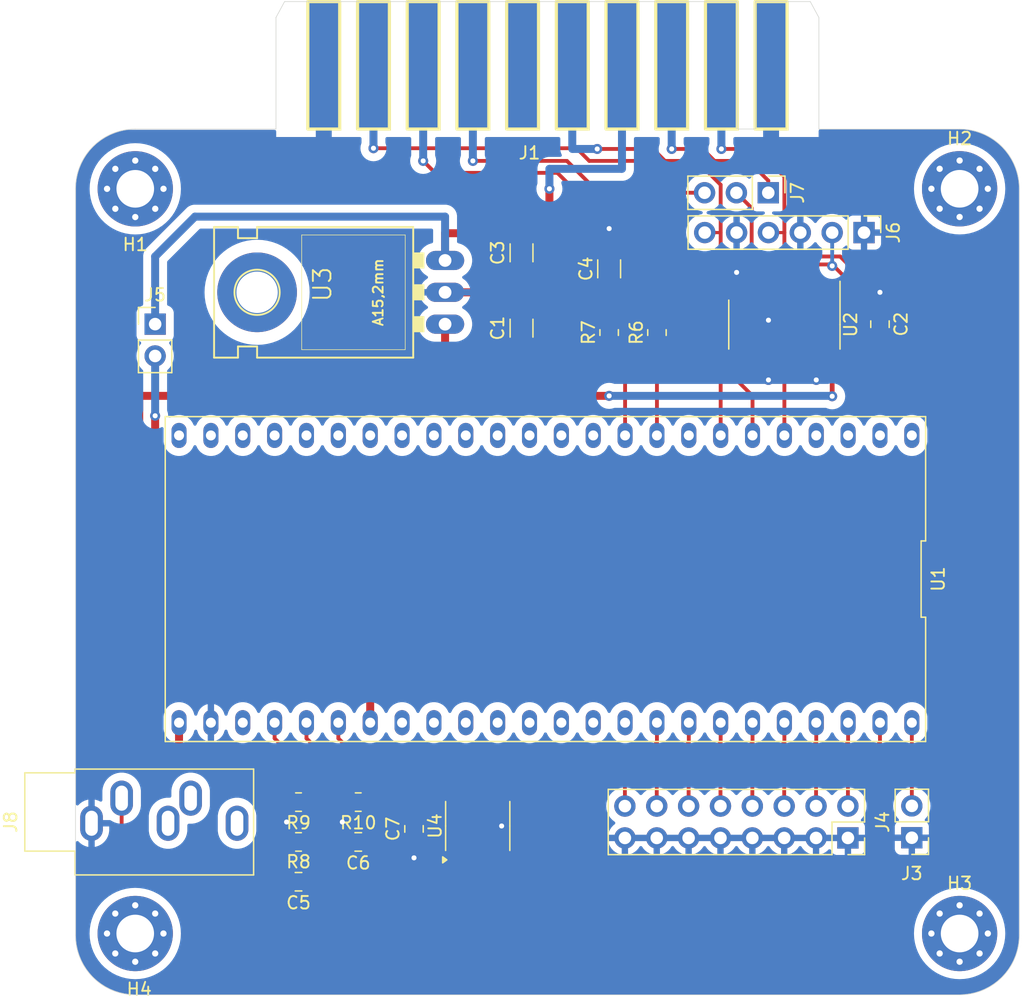
<source format=kicad_pcb>
(kicad_pcb (version 20240108) (generator "pcbnew") (generator_version "8.0")
  (title_block (date "2022-07-04"))
  (layers (0 "F.Cu" signal) (31 "B.Cu" signal) (34 "B.Paste" user) (35 "F.Paste" user) (36 "B.SilkS" user "B.Silkscreen") (37 "F.SilkS" user "F.Silkscreen") (38 "B.Mask" user) (39 "F.Mask" user) (44 "Edge.Cuts" user))
  (net 0 "")
  (net 1 "+5V")
  (net 2 "GND")
  (net 3 "+3V3")
  (net 4 "Net-(C5-Pad1)")
  (net 5 "Net-(C5-Pad2)")
  (net 6 "Net-(U4-IN+)")
  (net 8 "Net-(J3-Pin_2)")
  (net 9 "Net-(J4-Pin_16)")
  (net 10 "Net-(J4-Pin_12)")
  (net 11 "Net-(J4-Pin_4)")
  (net 12 "Net-(J4-Pin_14)")
  (net 13 "Net-(J4-Pin_2)")
  (net 14 "Net-(J4-Pin_10)")
  (net 15 "Net-(J4-Pin_8)")
  (net 16 "Net-(J4-Pin_6)")
  (net 17 "Net-(J5-Pin_2)")
  (net 18 "VIDEO2")
  (net 19 "VGA_HSYNC")
  (net 20 "VGA_VSYNC")
  (net 21 "Net-(J6-Pin_2)")
  (net 27 "ADC_CLK")
  (net 30 "VSYNC")
  (net 31 "VIDEO")
  (net 32 "HSYNC")
  (net 33 "HSYNCX")
  (net 34 "VIDEOX")
  (net 35 "VSYNCX")
  (net 37 "ADC_DTA")
  (net 39 "+12V")
  (net 42 "ADC_CS")
  (net 50 "WIPER")
  (net 51 "POT")
  (net 52 "Net-(R7-Pad1)")
  (net 53 "Net-(R6-Pad1)")
  (footprint "Capacitor_SMD:C_1206_3216Metric_Pad1.33x1.80mm_HandSolder" (layer "F.Cu") (at 130.81 54.3175 -90)
    (property "Reference" "C3" (at 0 1.905 90) (layer "F.SilkS"))
    (property "Value" "1u")
    (pad "1" smd roundrect (at -1.5625 0 270) (size 1.325 1.8) (layers "F.Cu" "F.Paste" "F.Mask") (roundrect_rratio 0.1886792453) (net 1 "+5V"))
    (pad "2" smd roundrect (at 1.5625 0 270) (size 1.325 1.8) (layers "F.Cu" "F.Paste" "F.Mask") (roundrect_rratio 0.1886792453) (net 2 "GND"))
  )
  (footprint "Resistor_SMD:R_0805_2012Metric_Pad1.20x1.40mm_HandSolder" (layer "F.Cu") (at 113.03 101.2825)
    (property "Reference" "R8" (at 0 1.5875 0) (layer "F.SilkS"))
    (property "Value" "10k")
    (pad "1" smd roundrect (at -1 0) (size 1.2 1.4) (layers "F.Cu" "F.Paste" "F.Mask") (roundrect_rratio 0.208333) (net 3 "+3V3"))
    (pad "2" smd roundrect (at 1 0) (size 1.2 1.4) (layers "F.Cu" "F.Paste" "F.Mask") (roundrect_rratio 0.208333) (net 4 "Net-(C5-Pad1)"))
  )
  (footprint "Package_SO:SO-14_3.9x8.65mm_P1.27mm" (layer "F.Cu") (at 151.765 60.04 -90)
    (property "Reference" "U2" (at 0 -5.28 90) (layer "F.SilkS"))
    (property "Value" "74LVC125")
    (pad "1" smd roundrect (at -2.475 -3.81 270) (size 1.95 0.6) (layers "F.Cu" "F.Paste" "F.Mask") (net 2 "GND"))
    (pad "2" smd roundrect (at -2.475 -2.54 270) (size 1.95 0.6) (layers "F.Cu" "F.Paste" "F.Mask") (net 2 "GND"))
    (pad "3" smd roundrect (at -2.475 -1.27 270) (size 1.95 0.6) (layers "F.Cu" "F.Paste" "F.Mask"))
    (pad "4" smd roundrect (at -2.475 0 270) (size 1.95 0.6) (layers "F.Cu" "F.Paste" "F.Mask") (net 2 "GND"))
    (pad "5" smd roundrect (at -2.475 1.27 270) (size 1.95 0.6) (layers "F.Cu" "F.Paste" "F.Mask") (net 32 "HSYNC"))
    (pad "6" smd roundrect (at -2.475 2.54 270) (size 1.95 0.6) (layers "F.Cu" "F.Paste" "F.Mask") (net 33 "HSYNCX"))
    (pad "7" smd roundrect (at -2.475 3.81 270) (size 1.95 0.6) (layers "F.Cu" "F.Paste" "F.Mask") (net 2 "GND"))
    (pad "8" smd roundrect (at 2.475 3.81 270) (size 1.95 0.6) (layers "F.Cu" "F.Paste" "F.Mask") (net 34 "VIDEOX"))
    (pad "9" smd roundrect (at 2.475 2.54 270) (size 1.95 0.6) (layers "F.Cu" "F.Paste" "F.Mask") (net 21 "Net-(J6-Pin_2)"))
    (pad "10" smd roundrect (at 2.475 1.27 270) (size 1.95 0.6) (layers "F.Cu" "F.Paste" "F.Mask") (net 2 "GND"))
    (pad "11" smd roundrect (at 2.475 0 270) (size 1.95 0.6) (layers "F.Cu" "F.Paste" "F.Mask") (net 35 "VSYNCX"))
    (pad "12" smd roundrect (at 2.475 -1.27 270) (size 1.95 0.6) (layers "F.Cu" "F.Paste" "F.Mask") (net 30 "VSYNC"))
    (pad "13" smd roundrect (at 2.475 -2.54 270) (size 1.95 0.6) (layers "F.Cu" "F.Paste" "F.Mask") (net 2 "GND"))
    (pad "14" smd roundrect (at 2.475 -3.81 270) (size 1.95 0.6) (layers "F.Cu" "F.Paste" "F.Mask") (net 3 "+3V3"))
  )
  (footprint "Capacitor_SMD:C_1206_3216Metric_Pad1.33x1.80mm_HandSolder" (layer "F.Cu") (at 137.795 55.595 90)
    (property "Reference" "C4" (at 0 -1.85 90) (layer "F.SilkS"))
    (property "Value" "1u")
    (pad "1" smd roundrect (at -1.5625 0 90) (size 1.325 1.8) (layers "F.Cu" "F.Paste" "F.Mask") (roundrect_rratio 0.1886792453) (net 50 "WIPER"))
    (pad "2" smd roundrect (at 1.5625 0 90) (size 1.325 1.8) (layers "F.Cu" "F.Paste" "F.Mask") (roundrect_rratio 0.1886792453) (net 2 "GND"))
  )
  (footprint "Resistor_SMD:R_0805_2012Metric_Pad1.20x1.40mm_HandSolder" (layer "F.Cu") (at 113.03 98.1075 180)
    (property "Reference" "R9" (at 0 -1.65 180) (layer "F.SilkS"))
    (property "Value" "10k")
    (pad "1" smd roundrect (at -1 0 180) (size 1.2 1.4) (layers "F.Cu" "F.Paste" "F.Mask") (roundrect_rratio 0.208333) (net 4 "Net-(C5-Pad1)"))
    (pad "2" smd roundrect (at 1 0 180) (size 1.2 1.4) (layers "F.Cu" "F.Paste" "F.Mask") (roundrect_rratio 0.208333) (net 2 "GND"))
  )
  (footprint "MountingHole:MountingHole_3mm_Pad_Via" (layer "F.Cu") (at 165.735 108.585)
    (property "Reference" "H3" (at 0 -4 0) (layer "F.SilkS"))
    (property "Value" "MountingHole")
    (pad "1" thru_hole circle (at -2.25 0) (size 0.8 0.8) (drill 0.5) (layers "*.Cu" "*.Mask"))
    (pad "1" thru_hole circle (at -1.59099 -1.59099) (size 0.8 0.8) (drill 0.5) (layers "*.Cu" "*.Mask"))
    (pad "1" thru_hole circle (at -1.59099 1.59099) (size 0.8 0.8) (drill 0.5) (layers "*.Cu" "*.Mask"))
    (pad "1" thru_hole circle (at 0 -2.25) (size 0.8 0.8) (drill 0.5) (layers "*.Cu" "*.Mask"))
    (pad "1" thru_hole circle (at 0 0) (size 6 6) (drill 3) (layers "*.Cu" "*.Mask"))
    (pad "1" thru_hole circle (at 0 2.25) (size 0.8 0.8) (drill 0.5) (layers "*.Cu" "*.Mask"))
    (pad "1" thru_hole circle (at 1.59099 -1.59099) (size 0.8 0.8) (drill 0.5) (layers "*.Cu" "*.Mask"))
    (pad "1" thru_hole circle (at 1.59099 1.59099) (size 0.8 0.8) (drill 0.5) (layers "*.Cu" "*.Mask"))
    (pad "1" thru_hole circle (at 2.25 0) (size 0.8 0.8) (drill 0.5) (layers "*.Cu" "*.Mask"))
  )
  (footprint "Capacitor_SMD:C_0805_2012Metric_Pad1.18x1.45mm_HandSolder" (layer "F.Cu") (at 159.385 60.0075 -90)
    (property "Reference" "C2" (at 0 -1.68 90) (layer "F.SilkS"))
    (property "Value" "0.1uF")
    (pad "1" smd roundrect (at -1.0375 0 270) (size 1.175 1.45) (layers "F.Cu" "F.Paste" "F.Mask") (roundrect_rratio 0.2127659574) (net 2 "GND"))
    (pad "2" smd roundrect (at 1.0375 0 270) (size 1.175 1.45) (layers "F.Cu" "F.Paste" "F.Mask") (roundrect_rratio 0.2127659574) (net 3 "+3V3"))
  )
  (footprint "Capacitor_SMD:C_0805_2012Metric_Pad1.18x1.45mm_HandSolder" (layer "F.Cu") (at 113.03 104.4575 180)
    (property "Reference" "C5" (at 0 -1.68 180) (layer "F.SilkS"))
    (property "Value" "10uF")
    (pad "1" smd roundrect (at -1.0375 0 180) (size 1.175 1.45) (layers "F.Cu" "F.Paste" "F.Mask") (roundrect_rratio 0.212766) (net 4 "Net-(C5-Pad1)"))
    (pad "2" smd roundrect (at 1.0375 0 180) (size 1.175 1.45) (layers "F.Cu" "F.Paste" "F.Mask") (roundrect_rratio 0.212766) (net 5 "Net-(C5-Pad2)"))
  )
  (footprint "Resistor_SMD:R_0805_2012Metric_Pad1.20x1.40mm_HandSolder" (layer "F.Cu") (at 137.795 60.675 90)
    (property "Reference" "R7" (at 0 -1.65 90) (layer "F.SilkS"))
    (property "Value" "1k")
    (pad "1" smd roundrect (at -1 0 90) (size 1.2 1.4) (layers "F.Cu" "F.Paste" "F.Mask") (roundrect_rratio 0.2083333333) (net 52 "Net-(R7-Pad1)"))
    (pad "2" smd roundrect (at 1 0 90) (size 1.2 1.4) (layers "F.Cu" "F.Paste" "F.Mask") (roundrect_rratio 0.2083333333) (net 50 "WIPER"))
  )
  (footprint "Connector_Audio:Jack_3.5mm_CUI_SJ1-3535NG_Horizontal" (layer "F.Cu") (at 96.53 99.795 90)
    (property "Reference" "J8" (at 0.1 -6.45 -90) (layer "F.SilkS"))
    (property "Value" "AudioJack3")
    (pad "R" thru_hole oval (at 2 7.9 90) (size 2.8 1.8) (drill oval 2 1) (layers "*.Cu" "*.Mask"))
    (pad "RN" thru_hole oval (at 0 6.1 90) (size 2.8 1.8) (drill oval 2 1) (layers "*.Cu" "*.Mask"))
    (pad "S" thru_hole oval (at 0 0 90) (size 2.8 1.8) (drill oval 2 1) (layers "*.Cu" "*.Mask") (net 2 "GND"))
    (pad "T" thru_hole oval (at 2 2.4 90) (size 2.8 1.8) (drill oval 2 1) (layers "*.Cu" "*.Mask") (net 5 "Net-(C5-Pad2)"))
    (pad "TN" thru_hole oval (at 0 11.6 90) (size 2.8 1.8) (drill oval 2 1) (layers "*.Cu" "*.Mask"))
  )
  (footprint "Resistor_SMD:R_0805_2012Metric_Pad1.20x1.40mm_HandSolder" (layer "F.Cu") (at 117.7925 98.1075 180)
    (property "Reference" "R10" (at 0 -1.65 180) (layer "F.SilkS"))
    (property "Value" "1k")
    (pad "1" smd roundrect (at -1 0 180) (size 1.2 1.4) (layers "F.Cu" "F.Paste" "F.Mask") (roundrect_rratio 0.208333) (net 6 "Net-(U4-IN+)"))
    (pad "2" smd roundrect (at 1 0 180) (size 1.2 1.4) (layers "F.Cu" "F.Paste" "F.Mask") (roundrect_rratio 0.208333) (net 4 "Net-(C5-Pad1)"))
  )
  (footprint "TRS-IO-M1:TRSVID10" (layer "F.Cu") (at 115.04295 39.37 180)
    (property "Reference" "J1" (at -16.40205 -6.985 0) (layer "F.SilkS"))
    (property "Value" "VIDEO IN")
    (fp_line (start 3.81 3.81) (end 3.81 -5.08) (stroke (width 0.05)) (layer "Edge.Cuts"))
    (fp_line (start 3.1242 5.08) (end 3.81 3.81) (stroke (width 0.05)) (layer "Edge.Cuts"))
    (fp_line (start -32.9692 5.08) (end 3.1242 5.08) (stroke (width 0.05)) (layer "Edge.Cuts"))
    (fp_line (start -32.9692 -5.08) (end -32.9692 5.08) (stroke (width 0.05)) (layer "Edge.Cuts"))
    (fp_line (start -34.3916 5.08) (end -34.3916 -5.08) (stroke (width 0.05)) (layer "Edge.Cuts"))
    (fp_line (start -34.3916 -5.08) (end -32.9692 -5.08) (stroke (width 0.05)) (layer "Edge.Cuts"))
    (fp_line (start -38.7858 5.08) (end -34.3916 5.08) (stroke (width 0.05)) (layer "Edge.Cuts"))
    (fp_line (start -39.4716 3.81) (end -38.7858 5.08) (stroke (width 0.05)) (layer "Edge.Cuts"))
    (fp_line (start -39.4716 -5.08) (end -39.4716 3.81) (stroke (width 0.05)) (layer "Edge.Cuts"))
    (pad "1" connect rect (at 0 0) (size 2.54 10.16) (layers "B.Cu" "B.Mask") (net 2 "GND"))
    (pad "2" connect rect (at -3.9624 0) (size 2.54 10.16) (layers "B.Cu" "B.Mask") (net 18 "VIDEO2"))
    (pad "3" connect rect (at -7.9248 0) (size 2.54 10.16) (layers "B.Cu" "B.Mask") (net 50 "WIPER"))
    (pad "4" connect rect (at -11.8872 0) (size 2.54 10.16) (layers "B.Cu" "B.Mask") (net 51 "POT"))
    (pad "5" connect rect (at -15.8496 0) (size 2.54 10.16) (layers "B.Cu" "B.Mask"))
    (pad "6" connect rect (at -19.812 0) (size 2.54 10.16) (layers "B.Cu" "B.Mask") (net 32 "HSYNC"))
    (pad "7" connect rect (at -23.7744 0) (size 2.54 10.16) (layers "B.Cu" "B.Mask") (net 39 "+12V"))
    (pad "8" connect rect (at -27.7368 0) (size 2.54 10.16) (layers "B.Cu" "B.Mask") (net 31 "VIDEO"))
    (pad "9" connect rect (at -31.6992 0) (size 2.54 10.16) (layers "B.Cu" "B.Mask") (net 30 "VSYNC"))
    (pad "10" connect rect (at -35.6616 0) (size 2.54 10.16) (layers "B.Cu" "B.Mask") (net 2 "GND"))
  )
  (footprint "Package_SO:SOIC-8_3.9x4.9mm_P1.27mm" (layer "F.Cu") (at 127.3175 100.0125 90)
    (property "Reference" "U4" (at 0 -3.4 -90) (layer "F.SilkS"))
    (property "Value" "MCP3201")
    (pad "1" smd roundrect (at -2.475 -1.905 90) (size 1.95 0.6) (layers "F.Cu" "F.Paste" "F.Mask") (net 3 "+3V3"))
    (pad "2" smd roundrect (at -2.475 -0.635 90) (size 1.95 0.6) (layers "F.Cu" "F.Paste" "F.Mask") (net 6 "Net-(U4-IN+)"))
    (pad "3" smd roundrect (at -2.475 0.635 90) (size 1.95 0.6) (layers "F.Cu" "F.Paste" "F.Mask") (net 2 "GND"))
    (pad "4" smd roundrect (at -2.475 1.905 90) (size 1.95 0.6) (layers "F.Cu" "F.Paste" "F.Mask") (net 2 "GND"))
    (pad "5" smd roundrect (at 2.475 1.905 90) (size 1.95 0.6) (layers "F.Cu" "F.Paste" "F.Mask") (net 42 "ADC_CS"))
    (pad "6" smd roundrect (at 2.475 0.635 90) (size 1.95 0.6) (layers "F.Cu" "F.Paste" "F.Mask") (net 37 "ADC_DTA"))
    (pad "7" smd roundrect (at 2.475 -0.635 90) (size 1.95 0.6) (layers "F.Cu" "F.Paste" "F.Mask") (net 27 "ADC_CLK"))
    (pad "8" smd roundrect (at 2.475 -1.905 90) (size 1.95 0.6) (layers "F.Cu" "F.Paste" "F.Mask") (net 3 "+3V3"))
  )
  (footprint "Connector_PinHeader_2.54mm:PinHeader_1x02_P2.54mm_Vertical" (layer "F.Cu") (at 161.925 100.95001 180)
    (property "Reference" "J3" (at 0 -2.8525 0) (layer "F.SilkS"))
    (property "Value" "Test")
    (pad "1" thru_hole rect (at 0 0 180) (size 1.7 1.7) (drill 1) (layers "*.Cu" "*.Mask") (net 2 "GND"))
    (pad "2" thru_hole oval (at 0 2.54 180) (size 1.7 1.7) (drill 1) (layers "*.Cu" "*.Mask") (net 8 "Net-(J3-Pin_2)"))
  )
  (footprint "Connector_PinSocket_2.54mm:PinSocket_2x08_P2.54mm_Vertical" (layer "F.Cu") (at 156.83 100.96501 -90)
    (property "Reference" "J4" (at -1.27 -2.77 90) (layer "F.SilkS"))
    (property "Value" "Test8")
    (pad "1" thru_hole rect (at 0 0 270) (size 1.7 1.7) (drill 1) (layers "*.Cu" "*.Mask") (net 2 "GND"))
    (pad "2" thru_hole oval (at -2.54 0 270) (size 1.7 1.7) (drill 1) (layers "*.Cu" "*.Mask") (net 13 "Net-(J4-Pin_2)"))
    (pad "3" thru_hole oval (at 0 2.54 270) (size 1.7 1.7) (drill 1) (layers "*.Cu" "*.Mask") (net 2 "GND"))
    (pad "4" thru_hole oval (at -2.54 2.54 270) (size 1.7 1.7) (drill 1) (layers "*.Cu" "*.Mask") (net 11 "Net-(J4-Pin_4)"))
    (pad "5" thru_hole oval (at 0 5.08 270) (size 1.7 1.7) (drill 1) (layers "*.Cu" "*.Mask") (net 2 "GND"))
    (pad "6" thru_hole oval (at -2.54 5.08 270) (size 1.7 1.7) (drill 1) (layers "*.Cu" "*.Mask") (net 16 "Net-(J4-Pin_6)"))
    (pad "7" thru_hole oval (at 0 7.62 270) (size 1.7 1.7) (drill 1) (layers "*.Cu" "*.Mask") (net 2 "GND"))
    (pad "8" thru_hole oval (at -2.54 7.62 270) (size 1.7 1.7) (drill 1) (layers "*.Cu" "*.Mask") (net 15 "Net-(J4-Pin_8)"))
    (pad "9" thru_hole oval (at 0 10.16 270) (size 1.7 1.7) (drill 1) (layers "*.Cu" "*.Mask") (net 2 "GND"))
    (pad "10" thru_hole oval (at -2.54 10.16 270) (size 1.7 1.7) (drill 1) (layers "*.Cu" "*.Mask") (net 14 "Net-(J4-Pin_10)"))
    (pad "11" thru_hole oval (at 0 12.7 270) (size 1.7 1.7) (drill 1) (layers "*.Cu" "*.Mask") (net 2 "GND"))
    (pad "12" thru_hole oval (at -2.54 12.7 270) (size 1.7 1.7) (drill 1) (layers "*.Cu" "*.Mask") (net 10 "Net-(J4-Pin_12)"))
    (pad "13" thru_hole oval (at 0 15.24 270) (size 1.7 1.7) (drill 1) (layers "*.Cu" "*.Mask") (net 2 "GND"))
    (pad "14" thru_hole oval (at -2.54 15.24 270) (size 1.7 1.7) (drill 1) (layers "*.Cu" "*.Mask") (net 12 "Net-(J4-Pin_14)"))
    (pad "15" thru_hole oval (at 0 17.78 270) (size 1.7 1.7) (drill 1) (layers "*.Cu" "*.Mask") (net 2 "GND"))
    (pad "16" thru_hole oval (at -2.54 17.78 270) (size 1.7 1.7) (drill 1) (layers "*.Cu" "*.Mask") (net 9 "Net-(J4-Pin_16)"))
  )
  (footprint "Capacitor_SMD:C_0805_2012Metric_Pad1.18x1.45mm_HandSolder" (layer "F.Cu") (at 117.7925 101.2825 180)
    (property "Reference" "C6" (at 0 -1.68 180) (layer "F.SilkS"))
    (property "Value" "0.1uF")
    (pad "1" smd roundrect (at -1.0375 0 180) (size 1.175 1.45) (layers "F.Cu" "F.Paste" "F.Mask") (roundrect_rratio 0.212766) (net 6 "Net-(U4-IN+)"))
    (pad "2" smd roundrect (at 1.0375 0 180) (size 1.175 1.45) (layers "F.Cu" "F.Paste" "F.Mask") (roundrect_rratio 0.212766) (net 2 "GND"))
  )
  (footprint "MountingHole:MountingHole_3mm_Pad_Via" (layer "F.Cu") (at 100.01599 49.21599)
    (property "Reference" "H1" (at -0.00349 4.44151 0) (layer "F.SilkS"))
    (property "Value" "MountingHole")
    (pad "1" thru_hole circle (at -2.25 0) (size 0.8 0.8) (drill 0.5) (layers "*.Cu" "*.Mask"))
    (pad "1" thru_hole circle (at -1.59099 -1.59099) (size 0.8 0.8) (drill 0.5) (layers "*.Cu" "*.Mask"))
    (pad "1" thru_hole circle (at -1.59099 1.59099) (size 0.8 0.8) (drill 0.5) (layers "*.Cu" "*.Mask"))
    (pad "1" thru_hole circle (at 0 -2.25) (size 0.8 0.8) (drill 0.5) (layers "*.Cu" "*.Mask"))
    (pad "1" thru_hole circle (at 0 0) (size 6 6) (drill 3) (layers "*.Cu" "*.Mask"))
    (pad "1" thru_hole circle (at 0 2.25) (size 0.8 0.8) (drill 0.5) (layers "*.Cu" "*.Mask"))
    (pad "1" thru_hole circle (at 1.59099 -1.59099) (size 0.8 0.8) (drill 0.5) (layers "*.Cu" "*.Mask"))
    (pad "1" thru_hole circle (at 1.59099 1.59099) (size 0.8 0.8) (drill 0.5) (layers "*.Cu" "*.Mask"))
    (pad "1" thru_hole circle (at 2.25 0) (size 0.8 0.8) (drill 0.5) (layers "*.Cu" "*.Mask"))
  )
  (footprint "Capacitor_SMD:C_1206_3216Metric_Pad1.33x1.80mm_HandSolder" (layer "F.Cu") (at 130.81 60.325 90)
    (property "Reference" "C1" (at 0 -1.905 90) (layer "F.SilkS"))
    (property "Value" "10u")
    (pad "1" smd roundrect (at -1.5625 0 90) (size 1.325 1.8) (layers "F.Cu" "F.Paste" "F.Mask") (roundrect_rratio 0.1886792453) (net 39 "+12V"))
    (pad "2" smd roundrect (at 1.5625 0 90) (size 1.325 1.8) (layers "F.Cu" "F.Paste" "F.Mask") (roundrect_rratio 0.1886792453) (net 2 "GND"))
  )
  (footprint "Connector_PinHeader_2.54mm:PinHeader_1x03_P2.54mm_Vertical" (layer "F.Cu") (at 150.48 49.53 -90)
    (property "Reference" "J7" (at 0 -2.33 90) (layer "F.SilkS"))
    (property "Value" "Conn_01x03")
    (pad "1" thru_hole rect (at 0 0 270) (size 1.7 1.7) (drill 1) (layers "*.Cu" "*.Mask") (net 31 "VIDEO"))
    (pad "2" thru_hole oval (at 0 2.54 270) (size 1.7 1.7) (drill 1) (layers "*.Cu" "*.Mask") (net 21 "Net-(J6-Pin_2)"))
    (pad "3" thru_hole oval (at 0 5.08 270) (size 1.7 1.7) (drill 1) (layers "*.Cu" "*.Mask") (net 18 "VIDEO2"))
  )
  (footprint "Resistor_SMD:R_0805_2012Metric_Pad1.20x1.40mm_HandSolder" (layer "F.Cu") (at 141.605 60.675 90)
    (property "Reference" "R6" (at 0 -1.65 90) (layer "F.SilkS"))
    (property "Value" "1k")
    (pad "1" smd roundrect (at -1 0 90) (size 1.2 1.4) (layers "F.Cu" "F.Paste" "F.Mask") (roundrect_rratio 0.2083333333) (net 53 "Net-(R6-Pad1)"))
    (pad "2" smd roundrect (at 1 0 90) (size 1.2 1.4) (layers "F.Cu" "F.Paste" "F.Mask") (roundrect_rratio 0.2083333333) (net 51 "POT"))
  )
  (footprint "MountingHole:MountingHole_3mm_Pad_Via" (layer "F.Cu") (at 165.735 49.2125)
    (property "Reference" "H2" (at 0 -4 0) (layer "F.SilkS"))
    (property "Value" "MountingHole")
    (pad "1" thru_hole circle (at -2.25 0) (size 0.8 0.8) (drill 0.5) (layers "*.Cu" "*.Mask"))
    (pad "1" thru_hole circle (at -1.59099 -1.59099) (size 0.8 0.8) (drill 0.5) (layers "*.Cu" "*.Mask"))
    (pad "1" thru_hole circle (at -1.59099 1.59099) (size 0.8 0.8) (drill 0.5) (layers "*.Cu" "*.Mask"))
    (pad "1" thru_hole circle (at 0 -2.25) (size 0.8 0.8) (drill 0.5) (layers "*.Cu" "*.Mask"))
    (pad "1" thru_hole circle (at 0 0) (size 6 6) (drill 3) (layers "*.Cu" "*.Mask"))
    (pad "1" thru_hole circle (at 0 2.25) (size 0.8 0.8) (drill 0.5) (layers "*.Cu" "*.Mask"))
    (pad "1" thru_hole circle (at 1.59099 -1.59099) (size 0.8 0.8) (drill 0.5) (layers "*.Cu" "*.Mask"))
    (pad "1" thru_hole circle (at 1.59099 1.59099) (size 0.8 0.8) (drill 0.5) (layers "*.Cu" "*.Mask"))
    (pad "1" thru_hole circle (at 2.25 0) (size 0.8 0.8) (drill 0.5) (layers "*.Cu" "*.Mask"))
  )
  (footprint "TRS-80-M3-VID:78XXL" (layer "F.Cu") (at 120.904 57.4675 90)
    (property "Reference" "U3" (at 0.635 -5.969 90) (layer "F.SilkS") (effects (font (size 1.4 1.4))))
    (property "Value" "L7805")
    (fp_text user "A15,2mm" (at 0 -1.524 90) (layer "F.SilkS") (effects (font (size 0.78 0.78))))
    (pad "" thru_hole circle (at 0 -11.176 90) (size 6.35 6.35) (drill 3.302) (layers "*.Cu" "*.Mask"))
    (pad "GND" thru_hole oval (at 0 3.81 90) (size 1.524 3.048) (drill 1.016) (layers "*.Cu" "*.Mask") (net 2 "GND"))
    (pad "IN" thru_hole oval (at -2.54 3.81 90) (size 1.524 3.048) (drill 1.016) (layers "*.Cu" "*.Mask") (net 39 "+12V"))
    (pad "OUT" thru_hole oval (at 2.54 3.81 90) (size 1.524 3.048) (drill 1.016) (layers "*.Cu" "*.Mask") (net 1 "+5V"))
    (zone (net 0) (net_name "") (layer "B.Cu") (connect_pads (clearance 0)) (min_thickness 0)
      (keepout (tracks not_allowed) (vias not_allowed) (pads not_allowed) (copperpour not_allowed) (footprints allowed))
      (fill (thermal_gap 0.508) (thermal_bridge_width 0.508))
      (polygon (pts (xy 109.728 53.2765) (xy 110.13879 53.296681) (xy 110.545624 53.357029) (xy 110.944583 53.456963) (xy 111.331826 53.595521) (xy 111.703624 53.771368) (xy 112.056395 53.982811) (xy 112.386742 54.227813) (xy 112.691485 54.504015) (xy 112.967687 54.808758) (xy 113.212689 55.139105) (xy 113.424132 55.491876) (xy 113.599979 55.863674) (xy 113.738537 56.250917) (xy 113.838471 56.649876) (xy 113.898819 57.05671) (xy 113.919 57.4675) (xy 113.898819 57.87829) (xy 113.838471 58.285124) (xy 113.738537 58.684083) (xy 113.599979 59.071326) (xy 113.424132 59.443124) (xy 113.212689 59.795895) (xy 112.967687 60.126242) (xy 112.691485 60.430985) (xy 112.386742 60.707187) (xy 112.056395 60.952189) (xy 111.703624 61.163632) (xy 111.331826 61.339479) (xy 110.944583 61.478037) (xy 110.545624 61.577971) (xy 110.13879 61.638319) (xy 109.728 61.6585) (xy 109.31721 61.638319) (xy 108.910376 61.577971) (xy 108.511417 61.478037) (xy 108.124174 61.339479) (xy 107.752376 61.163632) (xy 107.399605 60.952189) (xy 107.069258 60.707187) (xy 106.764515 60.430985) (xy 106.488313 60.126242) (xy 106.243311 59.795895) (xy 106.031868 59.443124) (xy 105.856021 59.071326) (xy 105.717463 58.684083) (xy 105.617529 58.285124) (xy 105.557181 57.87829) (xy 105.537 57.4675) (xy 105.557181 57.05671) (xy 105.617529 56.649876) (xy 105.717463 56.250917) (xy 105.856021 55.863674) (xy 106.031868 55.491876) (xy 106.243311 55.139105) (xy 106.488313 54.808758) (xy 106.764515 54.504015) (xy 107.069258 54.227813) (xy 107.399605 53.982811) (xy 107.752376 53.771368) (xy 108.124174 53.595521) (xy 108.511417 53.456963) (xy 108.910376 53.357029) (xy 109.31721 53.296681)))
    )
  )
  (footprint "MountingHole:MountingHole_3mm_Pad_Via" (layer "F.Cu") (at 100.0125 108.585)
    (property "Reference" "H4" (at 0.3175 4.445 0) (layer "F.SilkS"))
    (property "Value" "MountingHole")
    (pad "1" thru_hole circle (at -2.25 0) (size 0.8 0.8) (drill 0.5) (layers "*.Cu" "*.Mask"))
    (pad "1" thru_hole circle (at -1.59099 -1.59099) (size 0.8 0.8) (drill 0.5) (layers "*.Cu" "*.Mask"))
    (pad "1" thru_hole circle (at -1.59099 1.59099) (size 0.8 0.8) (drill 0.5) (layers "*.Cu" "*.Mask"))
    (pad "1" thru_hole circle (at 0 -2.25) (size 0.8 0.8) (drill 0.5) (layers "*.Cu" "*.Mask"))
    (pad "1" thru_hole circle (at 0 0) (size 6 6) (drill 3) (layers "*.Cu" "*.Mask"))
    (pad "1" thru_hole circle (at 0 2.25) (size 0.8 0.8) (drill 0.5) (layers "*.Cu" "*.Mask"))
    (pad "1" thru_hole circle (at 1.59099 -1.59099) (size 0.8 0.8) (drill 0.5) (layers "*.Cu" "*.Mask"))
    (pad "1" thru_hole circle (at 1.59099 1.59099) (size 0.8 0.8) (drill 0.5) (layers "*.Cu" "*.Mask"))
    (pad "1" thru_hole circle (at 2.25 0) (size 0.8 0.8) (drill 0.5) (layers "*.Cu" "*.Mask"))
  )
  (footprint "Connector_PinHeader_2.54mm:PinHeader_1x06_P2.54mm_Vertical" (layer "F.Cu") (at 158.115 52.705 -90)
    (property "Reference" "J6" (at 0 -2.33 90) (layer "F.SilkS"))
    (property "Value" "Video")
    (pad "1" thru_hole rect (at 0 0 270) (size 1.7 1.7) (drill 1) (layers "*.Cu" "*.Mask") (net 2 "GND"))
    (pad "2" thru_hole oval (at 0 2.54 270) (size 1.7 1.7) (drill 1) (layers "*.Cu" "*.Mask") (net 21 "Net-(J6-Pin_2)"))
    (pad "3" thru_hole oval (at 0 5.08 270) (size 1.7 1.7) (drill 1) (layers "*.Cu" "*.Mask") (net 2 "GND"))
    (pad "4" thru_hole oval (at 0 7.62 270) (size 1.7 1.7) (drill 1) (layers "*.Cu" "*.Mask") (net 30 "VSYNC"))
    (pad "5" thru_hole oval (at 0 10.16 270) (size 1.7 1.7) (drill 1) (layers "*.Cu" "*.Mask") (net 2 "GND"))
    (pad "6" thru_hole oval (at 0 12.7 270) (size 1.7 1.7) (drill 1) (layers "*.Cu" "*.Mask") (net 32 "HSYNC"))
  )
  (footprint "Capacitor_SMD:C_0805_2012Metric_Pad1.18x1.45mm_HandSolder" (layer "F.Cu") (at 122.2375 100.245 90)
    (property "Reference" "C7" (at 0 -1.68 -90) (layer "F.SilkS"))
    (property "Value" "1uF")
    (pad "1" smd roundrect (at -1.0375 0 90) (size 1.175 1.45) (layers "F.Cu" "F.Paste" "F.Mask") (roundrect_rratio 0.212766) (net 2 "GND"))
    (pad "2" smd roundrect (at 1.0375 0 90) (size 1.175 1.45) (layers "F.Cu" "F.Paste" "F.Mask") (roundrect_rratio 0.212766) (net 3 "+3V3"))
  )
  (footprint "Connector_PinHeader_2.54mm:PinHeader_1x02_P2.54mm_Vertical" (layer "F.Cu") (at 101.6 60.0025)
    (property "Reference" "J5" (at 0 -2.33 0) (layer "F.SilkS"))
    (property "Value" "5V")
    (pad "1" thru_hole rect (at 0 0) (size 1.7 1.7) (drill 1) (layers "*.Cu" "*.Mask") (net 1 "+5V"))
    (pad "2" thru_hole oval (at 0 2.54) (size 1.7 1.7) (drill 1) (layers "*.Cu" "*.Mask") (net 17 "Net-(J5-Pin_2)"))
  )
  (footprint "TRS-IO-M1:DIP-48_W22.9mm" (layer "F.Cu") (at 132.715 80.3275 180)
    (property "Reference" "U1" (at -31.31 0 90) (layer "F.SilkS"))
    (property "Value" "Tango_Nano_9K")
    (pad "1" thru_hole oval (at -29.21 11.45 180) (size 1.2 2) (drill 0.8) (layers "*.Cu" "*.Mask"))
    (pad "2" thru_hole oval (at -26.67 11.45 180) (size 1.2 2) (drill 0.8) (layers "*.Cu" "*.Mask"))
    (pad "3" thru_hole oval (at -24.13 11.45 180) (size 1.2 2) (drill 0.8) (layers "*.Cu" "*.Mask"))
    (pad "4" thru_hole oval (at -21.59 11.45 180) (size 1.2 2) (drill 0.8) (layers "*.Cu" "*.Mask"))
    (pad "5" thru_hole oval (at -19.05 11.45 180) (size 1.2 2) (drill 0.8) (layers "*.Cu" "*.Mask") (net 35 "VSYNCX"))
    (pad "6" thru_hole oval (at -16.51 11.45 180) (size 1.2 2) (drill 0.8) (layers "*.Cu" "*.Mask") (net 34 "VIDEOX"))
    (pad "7" thru_hole oval (at -13.97 11.45 180) (size 1.2 2) (drill 0.8) (layers "*.Cu" "*.Mask") (net 33 "HSYNCX"))
    (pad "8" thru_hole oval (at -11.43 11.45 180) (size 1.2 2) (drill 0.8) (layers "*.Cu" "*.Mask"))
    (pad "9" thru_hole oval (at -8.89 11.45 180) (size 1.2 2) (drill 0.8) (layers "*.Cu" "*.Mask") (net 53 "Net-(R6-Pad1)"))
    (pad "10" thru_hole oval (at -6.35 11.45 180) (size 1.2 2) (drill 0.8) (layers "*.Cu" "*.Mask") (net 52 "Net-(R7-Pad1)"))
    (pad "11" thru_hole oval (at -3.81 11.45 180) (size 1.2 2) (drill 0.8) (layers "*.Cu" "*.Mask"))
    (pad "12" thru_hole oval (at -1.27 11.45 180) (size 1.2 2) (drill 0.8) (layers "*.Cu" "*.Mask"))
    (pad "13" thru_hole oval (at 1.27 11.45 180) (size 1.2 2) (drill 0.8) (layers "*.Cu" "*.Mask"))
    (pad "14" thru_hole oval (at 3.81 11.45 180) (size 1.2 2) (drill 0.8) (layers "*.Cu" "*.Mask"))
    (pad "15" thru_hole oval (at 6.35 11.45 180) (size 1.2 2) (drill 0.8) (layers "*.Cu" "*.Mask"))
    (pad "16" thru_hole oval (at 8.89 11.45 180) (size 1.2 2) (drill 0.8) (layers "*.Cu" "*.Mask"))
    (pad "17" thru_hole oval (at 11.43 11.45 180) (size 1.2 2) (drill 0.8) (layers "*.Cu" "*.Mask"))
    (pad "18" thru_hole oval (at 13.97 11.45 180) (size 1.2 2) (drill 0.8) (layers "*.Cu" "*.Mask"))
    (pad "19" thru_hole oval (at 16.51 11.45 180) (size 1.2 2) (drill 0.8) (layers "*.Cu" "*.Mask"))
    (pad "20" thru_hole oval (at 19.05 11.45 180) (size 1.2 2) (drill 0.8) (layers "*.Cu" "*.Mask"))
    (pad "21" thru_hole oval (at 21.59 11.45 180) (size 1.2 2) (drill 0.8) (layers "*.Cu" "*.Mask"))
    (pad "22" thru_hole oval (at 24.13 11.45 180) (size 1.2 2) (drill 0.8) (layers "*.Cu" "*.Mask") (net 20 "VGA_VSYNC"))
    (pad "23" thru_hole oval (at 26.67 11.45 180) (size 1.2 2) (drill 0.8) (layers "*.Cu" "*.Mask"))
    (pad "24" thru_hole oval (at 29.21 11.45 180) (size 1.2 2) (drill 0.8) (layers "*.Cu" "*.Mask"))
    (pad "25" thru_hole oval (at 29.21 -11.45 180) (size 1.2 2) (drill 0.8) (layers "*.Cu" "*.Mask") (net 3 "+3V3"))
    (pad "26" thru_hole oval (at 26.67 -11.45 180) (size 1.2 2) (drill 0.8) (layers "*.Cu" "*.Mask") (net 2 "GND"))
    (pad "27" thru_hole oval (at 24.13 -11.45 180) (size 1.2 2) (drill 0.8) (layers "*.Cu" "*.Mask") (net 19 "VGA_HSYNC"))
    (pad "28" thru_hole oval (at 21.59 -11.45 180) (size 1.2 2) (drill 0.8) (layers "*.Cu" "*.Mask") (net 27 "ADC_CLK"))
    (pad "29" thru_hole oval (at 19.05 -11.45 180) (size 1.2 2) (drill 0.8) (layers "*.Cu" "*.Mask") (net 37 "ADC_DTA"))
    (pad "30" thru_hole oval (at 16.51 -11.45 180) (size 1.2 2) (drill 0.8) (layers "*.Cu" "*.Mask") (net 42 "ADC_CS"))
    (pad "31" thru_hole oval (at 13.97 -11.45 180) (size 1.2 2) (drill 0.8) (layers "*.Cu" "*.Mask") (net 17 "Net-(J5-Pin_2)"))
    (pad "32" thru_hole oval (at 11.43 -11.45 180) (size 1.2 2) (drill 0.8) (layers "*.Cu" "*.Mask"))
    (pad "33" thru_hole oval (at 8.89 -11.45 180) (size 1.2 2) (drill 0.8) (layers "*.Cu" "*.Mask"))
    (pad "34" thru_hole oval (at 6.35 -11.45 180) (size 1.2 2) (drill 0.8) (layers "*.Cu" "*.Mask"))
    (pad "35" thru_hole oval (at 3.81 -11.45 180) (size 1.2 2) (drill 0.8) (layers "*.Cu" "*.Mask"))
    (pad "36" thru_hole oval (at 1.27 -11.45 180) (size 1.2 2) (drill 0.8) (layers "*.Cu" "*.Mask"))
    (pad "37" thru_hole oval (at -1.27 -11.45 180) (size 1.2 2) (drill 0.8) (layers "*.Cu" "*.Mask"))
    (pad "38" thru_hole oval (at -3.81 -11.45 180) (size 1.2 2) (drill 0.8) (layers "*.Cu" "*.Mask"))
    (pad "39" thru_hole oval (at -6.35 -11.45 180) (size 1.2 2) (drill 0.8) (layers "*.Cu" "*.Mask"))
    (pad "40" thru_hole oval (at -8.89 -11.45 180) (size 1.2 2) (drill 0.8) (layers "*.Cu" "*.Mask") (net 9 "Net-(J4-Pin_16)"))
    (pad "41" thru_hole oval (at -11.43 -11.45 180) (size 1.2 2) (drill 0.8) (layers "*.Cu" "*.Mask") (net 12 "Net-(J4-Pin_14)"))
    (pad "42" thru_hole oval (at -13.97 -11.45 180) (size 1.2 2) (drill 0.8) (layers "*.Cu" "*.Mask") (net 10 "Net-(J4-Pin_12)"))
    (pad "43" thru_hole oval (at -16.51 -11.45 180) (size 1.2 2) (drill 0.8) (layers "*.Cu" "*.Mask") (net 14 "Net-(J4-Pin_10)"))
    (pad "44" thru_hole oval (at -19.05 -11.45 180) (size 1.2 2) (drill 0.8) (layers "*.Cu" "*.Mask") (net 15 "Net-(J4-Pin_8)"))
    (pad "45" thru_hole oval (at -21.59 -11.45 180) (size 1.2 2) (drill 0.8) (layers "*.Cu" "*.Mask") (net 16 "Net-(J4-Pin_6)"))
    (pad "46" thru_hole oval (at -24.13 -11.45 180) (size 1.2 2) (drill 0.8) (layers "*.Cu" "*.Mask") (net 11 "Net-(J4-Pin_4)"))
    (pad "47" thru_hole oval (at -26.67 -11.45 180) (size 1.2 2) (drill 0.8) (layers "*.Cu" "*.Mask") (net 13 "Net-(J4-Pin_2)"))
    (pad "48" thru_hole oval (at -29.21 -11.45 180) (size 1.2 2) (drill 0.8) (layers "*.Cu" "*.Mask") (net 8 "Net-(J3-Pin_2)"))
  )
  (gr_line (start 154.51455 44.45) (end 165.735 44.45) (stroke (width 0.05)) (layer "Edge.Cuts"))
  (gr_line (start 165.735 113.472404) (end 100.0125 113.472404) (stroke (width 0.05)) (layer "Edge.Cuts"))
  (gr_line (start 95.25 108.709904) (end 95.25 49.2125) (stroke (width 0.05)) (layer "Edge.Cuts"))
  (gr_arc (start 95.25 49.2125) (mid 96.644904 45.844904) (end 100.0125 44.45) (stroke (width 0.05)) (layer "Edge.Cuts"))
  (gr_line (start 170.4975 49.2125) (end 170.4975 108.709904) (stroke (width 0.05)) (layer "Edge.Cuts"))
  (gr_arc (start 170.4975 108.709904) (mid 169.102596 112.0775) (end 165.735 113.472404) (stroke (width 0.05)) (layer "Edge.Cuts"))
  (gr_arc (start 165.735 44.45) (mid 169.102596 45.844904) (end 170.4975 49.2125) (stroke (width 0.05)) (layer "Edge.Cuts"))
  (gr_line (start 100.0125 44.45) (end 111.23295 44.45) (stroke (width 0.05)) (layer "Edge.Cuts"))
  (gr_arc (start 100.0125 113.472404) (mid 96.644904 112.0775) (end 95.25 108.709904) (stroke (width 0.05)) (layer "Edge.Cuts"))
  (segment (start 124.714 54.9275) (end 124.714 52.755013) (width 0.635) (layer "F.Cu") (net 1))
  (segment (start 124.714 52.755013) (end 130.81 52.755013) (width 0.635) (layer "F.Cu") (net 1))
  (segment (start 124.714 51.435) (end 124.714 54.9275) (width 0.635) (layer "B.Cu") (net 1))
  (segment (start 104.775 51.435) (end 124.714 51.435) (width 0.635) (layer "B.Cu") (net 1))
  (segment (start 101.6 60.0025) (end 101.6 54.61) (width 0.635) (layer "B.Cu") (net 1))
  (segment (start 101.6 54.61) (end 104.775 51.435) (width 0.635) (layer "B.Cu") (net 1))
  (segment (start 151.765 59.055) (end 151.13 59.69) (width 0.3048) (layer "F.Cu") (net 2))
  (segment (start 130.81 55.88) (end 130.81 57.4675) (width 0.635) (layer "F.Cu") (net 2))
  (segment (start 154.305 59.055) (end 151.765 59.055) (width 0.3048) (layer "F.Cu") (net 2))
  (segment (start 147.955 57.565) (end 147.955 55.88) (width 0.381) (layer "F.Cu") (net 2))
  (segment (start 129.2225 102.4875) (end 127.9525 102.4875) (width 0.3048) (layer "F.Cu") (net 2))
  (segment (start 151.765 59.055) (end 151.765 57.565) (width 0.3048) (layer "F.Cu") (net 2))
  (segment (start 112.03 99.6475) (end 112.0775 99.695) (width 0.3048) (layer "F.Cu") (net 2))
  (segment (start 116.755 99.9275) (end 116.5225 99.695) (width 0.3048) (layer "F.Cu") (net 2))
  (segment (start 124.714 57.4675) (end 130.81 57.4675) (width 0.635) (layer "F.Cu") (net 2))
  (segment (start 151.13 59.69) (end 150.495 59.69) (width 0.3048) (layer "F.Cu") (net 2))
  (segment (start 159.385 58.97) (end 159.385 57.4675) (width 0.381) (layer "F.Cu") (net 2))
  (segment (start 154.305 57.565) (end 154.305 59.055) (width 0.3048) (layer "F.Cu") (net 2))
  (segment (start 155.575 59.055) (end 154.305 59.055) (width 0.3048) (layer "F.Cu") (net 2))
  (segment (start 116.755 101.2825) (end 116.755 99.9275) (width 0.3048) (layer "F.Cu") (net 2))
  (segment (start 154.305 62.515) (end 154.305 64.4525) (width 0.3048) (layer "F.Cu") (net 2))
  (segment (start 130.81 57.4675) (end 130.81 58.762494) (width 0.635) (layer "F.Cu") (net 2))
  (segment (start 112.03 98.1075) (end 112.03 99.6475) (width 0.3048) (layer "F.Cu") (net 2))
  (segment (start 122.2375 101.2825) (end 122.2375 102.5525) (width 0.381) (layer "F.Cu") (net 2))
  (segment (start 137.795 54.0325) (end 137.795 52.3875) (width 0.3048) (layer "F.Cu") (net 2))
  (segment (start 150.495 62.515) (end 150.495 64.4525) (width 0.3048) (layer "F.Cu") (net 2))
  (segment (start 129.2225 102.4875) (end 129.2225 100.0125) (width 0.381) (layer "F.Cu") (net 2))
  (segment (start 155.575 57.565) (end 155.575 59.055) (width 0.3048) (layer "F.Cu") (net 2))
  (via (at 112.0775 99.695) (size 0.8) (drill 0.4) (layers "F.Cu" "B.Cu") (net 2))
  (via (at 147.955 55.88) (size 0.8) (drill 0.4) (layers "F.Cu" "B.Cu") (net 2))
  (via (at 150.495 64.4525) (size 0.8) (drill 0.4) (layers "F.Cu" "B.Cu") (net 2))
  (via (at 122.2375 102.5525) (size 0.8) (drill 0.4) (layers "F.Cu" "B.Cu") (net 2))
  (via (at 154.305 64.4525) (size 0.8) (drill 0.4) (layers "F.Cu" "B.Cu") (net 2))
  (via (at 129.2225 100.0125) (size 0.8) (drill 0.4) (layers "F.Cu" "B.Cu") (net 2))
  (via (at 150.495 59.69) (size 0.8) (drill 0.4) (layers "F.Cu" "B.Cu") (net 2))
  (via (at 159.385 57.4675) (size 0.8) (drill 0.4) (layers "F.Cu" "B.Cu") (net 2))
  (via (at 137.795 52.3875) (size 0.8) (drill 0.4) (layers "F.Cu" "B.Cu") (net 2))
  (via (at 116.5225 99.695) (size 0.8) (drill 0.4) (layers "F.Cu" "B.Cu") (net 2))
  (segment (start 156.829989 100.965) (end 139.049989 100.965) (width 0.3048) (layer "B.Cu") (net 2))
  (segment (start 150.70455 39.37) (end 150.70455 45.085) (width 1.27) (layer "B.Cu") (net 2))
  (segment (start 115.04295 39.37) (end 115.04295 45.19295) (width 1.27) (layer "B.Cu") (net 2))
  (segment (start 159.3525 62.515) (end 159.385 62.4825) (width 0.381) (layer "F.Cu") (net 3))
  (segment (start 159.385 62.4825) (end 159.385 61.045) (width 0.381) (layer "F.Cu") (net 3))
  (segment (start 103.505 94.2975) (end 110.8075 94.2975) (width 0.635) (layer "F.Cu") (net 3))
  (segment (start 155.575 62.515) (end 155.575 65.755) (width 0.381) (layer "F.Cu") (net 3))
  (segment (start 122.2375 96.2025) (end 122.2375 97.4725) (width 0.635) (layer "F.Cu") (net 3))
  (segment (start 100.33 65.7225) (end 137.795 65.7225) (width 0.635) (layer "F.Cu") (net 3))
  (segment (start 100.33 94.2975) (end 103.505 94.2975) (width 0.635) (layer "F.Cu") (net 3))
  (segment (start 110.8075 94.2975) (end 110.8075 96.2025) (width 0.635) (layer "F.Cu") (net 3))
  (segment (start 110.8075 96.2025) (end 122.2375 96.2025) (width 0.635) (layer "F.Cu") (net 3))
  (segment (start 103.505 91.7775) (end 103.505 94.2975) (width 0.635) (layer "F.Cu") (net 3))
  (segment (start 110.8075 101.2825) (end 110.8075 96.2025) (width 0.3048) (layer "F.Cu") (net 3))
  (segment (start 100.33 65.7225) (end 100.33 94.2975) (width 0.635) (layer "F.Cu") (net 3))
  (segment (start 155.575 62.515) (end 159.3525 62.515) (width 0.381) (layer "F.Cu") (net 3))
  (segment (start 125.4125 97.5375) (end 122.3025 97.5375) (width 0.381) (layer "F.Cu") (net 3))
  (segment (start 125.4125 102.4875) (end 125.4125 97.5375) (width 0.3048) (layer "F.Cu") (net 3))
  (segment (start 122.3025 97.5375) (end 122.2375 97.4725) (width 0.3048) (layer "F.Cu") (net 3))
  (segment (start 112.03 101.2825) (end 110.8075 101.2825) (width 0.3048) (layer "F.Cu") (net 3))
  (segment (start 122.2375 97.4725) (end 122.2375 99.2075) (width 0.635) (layer "F.Cu") (net 3))
  (via (at 155.575 65.755) (size 0.8) (drill 0.4) (layers "F.Cu" "B.Cu") (net 3))
  (via (at 137.795 65.7225) (size 0.8) (drill 0.4) (layers "F.Cu" "B.Cu") (net 3))
  (segment (start 137.795 65.7225) (end 155.5675 65.7225) (width 0.635) (layer "B.Cu") (net 3))
  (segment (start 114.0675 104.4575) (end 114.0675 101.32) (width 0.3048) (layer "F.Cu") (net 4))
  (segment (start 114.03 101.2825) (end 114.03 98.1075) (width 0.3048) (layer "F.Cu") (net 4))
  (segment (start 114.0675 101.32) (end 114.03 101.2825) (width 0.3048) (layer "F.Cu") (net 4))
  (segment (start 114.03 98.1075) (end 116.7925 98.1075) (width 0.3048) (layer "F.Cu") (net 4))
  (segment (start 98.93 100.2) (end 101.2825 102.5525) (width 0.3048) (layer "F.Cu") (net 5))
  (segment (start 101.2825 102.5525) (end 107.9075 102.5525) (width 0.3048) (layer "F.Cu") (net 5))
  (segment (start 107.9075 102.5525) (end 109.8125 104.4575) (width 0.3048) (layer "F.Cu") (net 5))
  (segment (start 109.8125 104.4575) (end 111.9925 104.4575) (width 0.3048) (layer "F.Cu") (net 5))
  (segment (start 98.93 97.795) (end 98.93 100.2) (width 0.3048) (layer "F.Cu") (net 5))
  (segment (start 126.6825 103.8225) (end 126.6825 102.4875) (width 0.3048) (layer "F.Cu") (net 6))
  (segment (start 118.7925 98.1075) (end 118.7925 101.245) (width 0.3048) (layer "F.Cu") (net 6))
  (segment (start 118.7925 101.245) (end 118.83 101.2825) (width 0.3048) (layer "F.Cu") (net 6))
  (segment (start 118.83 102.6375) (end 120.65 104.4575) (width 0.3048) (layer "F.Cu") (net 6))
  (segment (start 126.0475 104.4575) (end 126.6825 103.8225) (width 0.3048) (layer "F.Cu") (net 6))
  (segment (start 118.83 101.2825) (end 118.83 102.6375) (width 0.3048) (layer "F.Cu") (net 6))
  (segment (start 120.65 104.4575) (end 126.0475 104.4575) (width 0.3048) (layer "F.Cu") (net 6))
  (segment (start 161.925 91.77749) (end 161.925 98.41001) (width 0.3048) (layer "F.Cu") (net 8))
  (segment (start 141.605 91.77749) (end 141.605 93.345) (width 0.3048) (layer "F.Cu") (net 9))
  (segment (start 139.049989 95.880021) (end 139.049989 98.425) (width 0.3048) (layer "F.Cu") (net 9))
  (segment (start 141.605 93.345) (end 139.049989 95.900011) (width 0.3048) (layer "F.Cu") (net 9))
  (segment (start 146.685 91.77749) (end 146.685 93.345) (width 0.3048) (layer "F.Cu") (net 10))
  (segment (start 144.129989 95.880021) (end 144.129989 98.425) (width 0.3048) (layer "F.Cu") (net 10))
  (segment (start 146.685 93.345) (end 144.129989 95.900011) (width 0.3048) (layer "F.Cu") (net 10))
  (segment (start 156.845 93.345) (end 154.289989 95.900011) (width 0.3048) (layer "F.Cu") (net 11))
  (segment (start 154.289989 95.880021) (end 154.289989 98.425) (width 0.3048) (layer "F.Cu") (net 11))
  (segment (start 156.845 91.77749) (end 156.845 93.345) (width 0.3048) (layer "F.Cu") (net 11))
  (segment (start 144.145 91.77749) (end 144.145 93.345) (width 0.3048) (layer "F.Cu") (net 12))
  (segment (start 144.145 93.345) (end 141.589989 95.900011) (width 0.3048) (layer "F.Cu") (net 12))
  (segment (start 141.589989 95.880021) (end 141.589989 98.425) (width 0.3048) (layer "F.Cu") (net 12))
  (segment (start 159.385 93.345) (end 156.829989 95.900011) (width 0.3048) (layer "F.Cu") (net 13))
  (segment (start 156.829989 95.880021) (end 156.829989 98.425) (width 0.3048) (layer "F.Cu") (net 13))
  (segment (start 159.385 91.77749) (end 159.385 93.345) (width 0.3048) (layer "F.Cu") (net 13))
  (segment (start 149.225 93.345) (end 146.669989 95.900011) (width 0.3048) (layer "F.Cu") (net 14))
  (segment (start 146.669989 95.880021) (end 146.669989 98.425) (width 0.3048) (layer "F.Cu") (net 14))
  (segment (start 149.225 91.77749) (end 149.225 93.345) (width 0.3048) (layer "F.Cu") (net 14))
  (segment (start 149.209989 95.880021) (end 149.209989 98.425) (width 0.3048) (layer "F.Cu") (net 15))
  (segment (start 151.765 91.77749) (end 151.765 93.345) (width 0.3048) (layer "F.Cu") (net 15))
  (segment (start 151.765 93.345) (end 149.209989 95.900011) (width 0.3048) (layer "F.Cu") (net 15))
  (segment (start 154.305 93.345) (end 151.749989 95.900011) (width 0.3048) (layer "F.Cu") (net 16))
  (segment (start 154.305 91.77749) (end 154.305 93.345) (width 0.3048) (layer "F.Cu") (net 16))
  (segment (start 151.749989 95.880021) (end 151.749989 98.425) (width 0.3048) (layer "F.Cu") (net 16))
  (segment (start 101.6 67.31) (end 101.6 89.535) (width 0.635) (layer "F.Cu") (net 17))
  (segment (start 118.745 89.535) (end 118.745 91.77749) (width 0.635) (layer "F.Cu") (net 17))
  (segment (start 101.6 89.535) (end 118.745 89.535) (width 0.635) (layer "F.Cu") (net 17))
  (via (at 101.6 67.31) (size 0.8) (drill 0.4) (layers "F.Cu" "B.Cu") (net 17))
  (segment (start 101.6 62.5425) (end 101.6 67.31) (width 0.635) (layer "B.Cu") (net 17))
  (segment (start 136.2075 46.99) (end 140.6525 46.99) (width 0.3048) (layer "F.Cu") (net 18))
  (segment (start 135.255 46.0375) (end 136.2075 46.99) (width 0.3048) (layer "F.Cu") (net 18))
  (segment (start 143.1925 49.53) (end 145.4 49.53) (width 0.3048) (layer "F.Cu") (net 18))
  (segment (start 119.00535 45.98035) (end 135.255 45.98035) (width 0.3048) (layer "F.Cu") (net 18))
  (segment (start 140.6525 46.99) (end 143.1925 49.53) (width 0.3048) (layer "F.Cu") (net 18))
  (via (at 119.00535 45.98035) (size 0.8) (drill 0.4) (layers "F.Cu" "B.Cu") (net 18))
  (segment (start 119.00535 39.37) (end 119.00535 45.98035) (width 0.635) (layer "B.Cu") (net 18))
  (segment (start 155.575 55.3624) (end 155.6924 55.3624) (width 0.3048) (layer "F.Cu") (net 21))
  (segment (start 156.488052 59.333052) (end 156.131104 59.69) (width 0.3048) (layer "F.Cu") (net 21))
  (segment (start 149.1574 53.9074) (end 149.1574 50.7474) (width 0.3048) (layer "F.Cu") (net 21))
  (segment (start 150.495 55.245) (end 149.1574 53.9074) (width 0.3048) (layer "F.Cu") (net 21))
  (segment (start 156.131104 59.69) (end 152.895974 59.69) (width 0.3048) (layer "F.Cu") (net 21))
  (segment (start 149.805001 60.96) (end 149.225 61.540001) (width 0.3048) (layer "F.Cu") (net 21))
  (segment (start 149.1574 50.7474) (end 147.94 49.53) (width 0.3048) (layer "F.Cu") (net 21))
  (segment (start 156.488052 56.158052) (end 156.488052 59.333052) (width 0.3048) (layer "F.Cu") (net 21))
  (segment (start 155.575 55.3624) (end 155.4576 55.245) (width 0.3048) (layer "F.Cu") (net 21))
  (segment (start 155.6924 55.3624) (end 156.488052 56.158052) (width 0.3048) (layer "F.Cu") (net 21))
  (segment (start 155.4576 55.245) (end 150.495 55.245) (width 0.3048) (layer "F.Cu") (net 21))
  (segment (start 149.225 61.540001) (end 149.225 62.515) (width 0.3048) (layer "F.Cu") (net 21))
  (segment (start 151.625974 60.96) (end 149.805001 60.96) (width 0.3048) (layer "F.Cu") (net 21))
  (segment (start 152.895974 59.69) (end 151.625974 60.96) (width 0.3048) (layer "F.Cu") (net 21))
  (via (at 155.575 55.3624) (size 0.8) (drill 0.4) (layers "F.Cu" "B.Cu") (net 21))
  (segment (start 155.575 52.705) (end 155.575 55.3624) (width 0.3048) (layer "B.Cu") (net 21))
  (segment (start 113.3475 95.25) (end 126.0475 95.25) (width 0.3048) (layer "F.Cu") (net 27))
  (segment (start 111.125 91.7775) (end 111.125 93.0275) (width 0.3048) (layer "F.Cu") (net 27))
  (segment (start 126.0475 95.25) (end 126.6825 95.885) (width 0.3048) (layer "F.Cu") (net 27))
  (segment (start 111.125 93.0275) (end 113.3475 95.25) (width 0.3048) (layer "F.Cu") (net 27))
  (segment (start 126.6825 95.885) (end 126.6825 97.5375) (width 0.3048) (layer "F.Cu") (net 27))
  (segment (start 157.1625 59.69) (end 156.5275 60.325) (width 0.3048) (layer "F.Cu") (net 30))
  (segment (start 151.765 52.705) (end 151.765 53.6575) (width 0.3048) (layer "F.Cu") (net 30))
  (segment (start 150.495 52.705) (end 151.765 52.705) (width 0.25) (layer "F.Cu") (net 30))
  (segment (start 151.765 48.26) (end 151.765 52.705) (width 0.3048) (layer "F.Cu") (net 30))
  (segment (start 153.035 61.2775) (end 153.035 62.515) (width 0.3048) (layer "F.Cu") (net 30))
  (segment (start 153.9875 60.325) (end 153.035 61.2775) (width 0.3048) (layer "F.Cu") (net 30))
  (segment (start 156.21 54.61) (end 157.1625 55.5625) (width 0.3048) (layer "F.Cu") (net 30))
  (segment (start 151.765 53.6575) (end 152.7175 54.61) (width 0.3048) (layer "F.Cu") (net 30))
  (segment (start 152.7175 54.61) (end 156.21 54.61) (width 0.3048) (layer "F.Cu") (net 30))
  (segment (start 146.74215 46.0375) (end 149.5425 46.0375) (width 0.3048) (layer "F.Cu") (net 30))
  (segment (start 156.5275 60.325) (end 153.9875 60.325) (width 0.3048) (layer "F.Cu") (net 30))
  (segment (start 149.5425 46.0375) (end 151.765 48.26) (width 0.3048) (layer "F.Cu") (net 30))
  (segment (start 157.1625 55.5625) (end 157.1625 59.69) (width 0.3048) (layer "F.Cu") (net 30))
  (via (at 146.74215 46.0375) (size 0.8) (drill 0.4) (layers "F.Cu" "B.Cu") (net 30))
  (segment (start 146.74215 46.0375) (end 146.74215 39.37) (width 0.635) (layer "B.Cu") (net 30))
  (segment (start 145.242821 46.0375) (end 146.195321 46.99) (width 0.3048) (layer "F.Cu") (net 31))
  (segment (start 148.9075 46.99) (end 150.48 48.5625) (width 0.3048) (layer "F.Cu") (net 31))
  (segment (start 142.77975 46.0375) (end 145.242821 46.0375) (width 0.3048) (layer "F.Cu") (net 31))
  (segment (start 150.48 48.5625) (end 150.48 49.53) (width 0.3048) (layer "F.Cu") (net 31))
  (segment (start 146.195321 46.99) (end 148.9075 46.99) (width 0.3048) (layer "F.Cu") (net 31))
  (via (at 142.77975 46.0375) (size 0.8) (drill 0.4) (layers "F.Cu" "B.Cu") (net 31))
  (segment (start 142.77975 39.37) (end 142.77975 46.0375) (width 0.635) (layer "B.Cu") (net 31))
  (segment (start 141.2875 46.0375) (end 142.24 46.99) (width 0.3048) (layer "F.Cu") (net 32))
  (segment (start 146.685 53.6575) (end 147.6375 54.61) (width 0.3048) (layer "F.Cu") (net 32))
  (segment (start 150.495 56.515) (end 150.495 57.565) (width 0.3048) (layer "F.Cu") (net 32))
  (segment (start 146.685 48.895) (end 146.685 52.705) (width 0.3048) (layer "F.Cu") (net 32))
  (segment (start 145.415 52.705) (end 146.685 52.705) (width 0.25) (layer "F.Cu") (net 32))
  (segment (start 144.78 46.99) (end 146.685 48.895) (width 0.3048) (layer "F.Cu") (net 32))
  (segment (start 148.59 54.61) (end 150.495 56.515) (width 0.3048) (layer "F.Cu") (net 32))
  (segment (start 147.6375 54.61) (end 148.59 54.61) (width 0.3048) (layer "F.Cu") (net 32))
  (segment (start 142.24 46.99) (end 144.78 46.99) (width 0.3048) (layer "F.Cu") (net 32))
  (segment (start 146.685 52.705) (end 146.685 53.6575) (width 0.3048) (layer "F.Cu") (net 32))
  (segment (start 136.8425 46.0375) (end 141.2875 46.0375) (width 0.3048) (layer "F.Cu") (net 32))
  (via (at 136.8425 46.0375) (size 0.8) (drill 0.4) (layers "F.Cu" "B.Cu") (net 32))
  (segment (start 134.85495 46.0375) (end 134.85495 39.37) (width 0.635) (layer "B.Cu") (net 32))
  (segment (start 136.8425 46.0375) (end 134.9375 46.0375) (width 0.635) (layer "B.Cu") (net 32))
  (segment (start 149.225 57.565) (end 149.225 59.055) (width 0.3048) (layer "F.Cu") (net 33))
  (segment (start 146.685 61.595) (end 146.685 68.8775) (width 0.3048) (layer "F.Cu") (net 33))
  (segment (start 149.225 59.055) (end 146.685 61.595) (width 0.3048) (layer "F.Cu") (net 33))
  (segment (start 147.955 62.515) (end 147.955 64.4525) (width 0.3048) (layer "F.Cu") (net 34))
  (segment (start 147.955 64.4525) (end 149.225 65.7225) (width 0.3048) (layer "F.Cu") (net 34))
  (segment (start 149.225 65.7225) (end 149.225 68.8775) (width 0.3048) (layer "F.Cu") (net 34))
  (segment (start 151.765 62.515) (end 151.765 68.8775) (width 0.3048) (layer "F.Cu") (net 35))
  (segment (start 115.2525 94.615) (end 126.6825 94.615) (width 0.3048) (layer "F.Cu") (net 37))
  (segment (start 113.665 93.0275) (end 115.2525 94.615) (width 0.3048) (layer "F.Cu") (net 37))
  (segment (start 127.9525 95.885) (end 127.9525 97.5375) (width 0.3048) (layer "F.Cu") (net 37))
  (segment (start 126.6825 94.615) (end 127.9525 95.885) (width 0.3048) (layer "F.Cu") (net 37))
  (segment (start 113.665 91.7775) (end 113.665 93.0275) (width 0.3048) (layer "F.Cu") (net 37))
  (segment (start 124.7775 61.9125) (end 130.785006 61.9125) (width 0.635) (layer "F.Cu") (net 39))
  (segment (start 124.714 61.849) (end 124.7775 61.9125) (width 0.635) (layer "F.Cu") (net 39))
  (segment (start 133.0325 61.887506) (end 130.81 61.887506) (width 0.635) (layer "F.Cu") (net 39))
  (segment (start 124.714 60.0075) (end 124.714 61.849) (width 0.635) (layer "F.Cu") (net 39))
  (segment (start 133.0325 49.2125) (end 133.0325 61.9125) (width 0.635) (layer "F.Cu") (net 39))
  (via (at 133.0325 49.2125) (size 0.8) (drill 0.4) (layers "F.Cu" "B.Cu") (net 39))
  (segment (start 138.81735 39.37) (end 138.81735 47.625) (width 0.635) (layer "B.Cu") (net 39))
  (segment (start 133.0325 47.625) (end 138.7475 47.625) (width 0.635) (layer "B.Cu") (net 39))
  (segment (start 133.0325 47.625) (end 133.0325 49.2125) (width 0.635) (layer "B.Cu") (net 39))
  (segment (start 116.205 93.0275) (end 117.1575 93.98) (width 0.3048) (layer "F.Cu") (net 42))
  (segment (start 116.205 91.7775) (end 116.205 93.0275) (width 0.3048) (layer "F.Cu") (net 42))
  (segment (start 129.2225 95.885) (end 129.2225 97.5375) (width 0.3048) (layer "F.Cu") (net 42))
  (segment (start 117.1575 93.98) (end 127.3175 93.98) (width 0.3048) (layer "F.Cu") (net 42))
  (segment (start 127.3175 93.98) (end 129.2225 95.885) (width 0.3048) (layer "F.Cu") (net 42))
  (segment (start 137.795 57.1575) (end 136.5 57.1575) (width 0.3048) (layer "F.Cu") (net 50))
  (segment (start 123.92025 47.9425) (end 122.96775 46.99) (width 0.3048) (layer "F.Cu") (net 50))
  (segment (start 133.6675 47.9425) (end 123.92025 47.9425) (width 0.3048) (layer "F.Cu") (net 50))
  (segment (start 135.255 55.9125) (end 135.255 49.53) (width 0.3048) (layer "F.Cu") (net 50))
  (segment (start 136.5 57.1575) (end 135.255 55.9125) (width 0.3048) (layer "F.Cu") (net 50))
  (segment (start 137.795 57.1825) (end 137.795 59.675) (width 0.3048) (layer "F.Cu") (net 50))
  (segment (start 135.255 49.53) (end 133.6675 47.9425) (width 0.3048) (layer "F.Cu") (net 50))
  (via (at 122.96775 46.99) (size 0.8) (drill 0.4) (layers "F.Cu" "B.Cu") (net 50))
  (segment (start 122.96775 39.37) (end 122.96775 46.99) (width 0.635) (layer "B.Cu") (net 50))
  (segment (start 126.93015 46.99) (end 134.426325 46.99) (width 0.3048) (layer "F.Cu") (net 51))
  (segment (start 134.426325 46.99) (end 141.605 54.168675) (width 0.3048) (layer "F.Cu") (net 51))
  (segment (start 141.605 54.168675) (end 141.605 59.675) (width 0.3048) (layer "F.Cu") (net 51))
  (via (at 126.93015 46.99) (size 0.8) (drill 0.4) (layers "F.Cu" "B.Cu") (net 51))
  (segment (start 126.93015 39.37) (end 126.93015 46.99) (width 0.635) (layer "B.Cu") (net 51))
  (segment (start 139.065 61.6275) (end 137.8425 61.6275) (width 0.3048) (layer "F.Cu") (net 52))
  (segment (start 139.065 68.91) (end 139.065 61.6275) (width 0.3048) (layer "F.Cu") (net 52))
  (segment (start 141.605 68.91) (end 141.605 61.675) (width 0.3048) (layer "F.Cu") (net 53))
  (zone (net 2) (net_name "GND") (layer "B.Cu") (connect_pads (clearance 0.635)) (min_thickness 0.254) (fill yes (thermal_gap 0.508) (thermal_bridge_width 0.508))
    (polygon (pts (xy 154.4955 45.085) (xy 154.4955 44.3865) (xy 170.4975 44.3865) (xy 170.4975 113.538) (xy 95.25 113.538) (xy 95.25 44.5135) (xy 111.252 44.5135) (xy 111.252 45.085)))
  )
)
</source>
